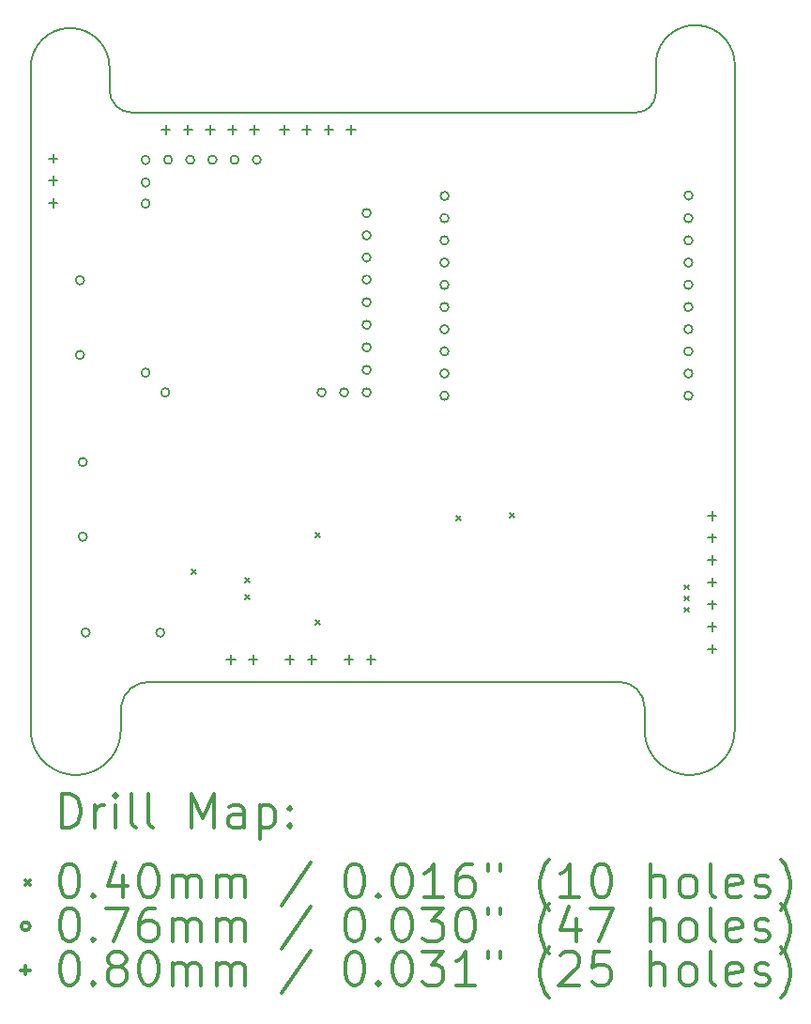
<source format=gbr>
%FSLAX45Y45*%
G04 Gerber Fmt 4.5, Leading zero omitted, Abs format (unit mm)*
G04 Created by KiCad (PCBNEW 5.0.0-rc3-unknown-3e22e5c~65~ubuntu16.04.1) date Wed Jul 11 23:21:29 2018*
%MOMM*%
%LPD*%
G01*
G04 APERTURE LIST*
%ADD10C,0.150000*%
%ADD11C,0.200000*%
%ADD12C,0.300000*%
G04 APERTURE END LIST*
D10*
X16179800Y-13030200D02*
G75*
G03X16560800Y-12598400I-25400J406400D01*
G01*
X15748000Y-12420600D02*
X15748000Y-12649200D01*
X15748000Y-12420600D02*
G75*
G03X15519400Y-12192000I-228600J0D01*
G01*
X16560800Y-12598400D02*
X16560800Y-12192000D01*
X15748000Y-12649200D02*
G75*
G03X16179800Y-13030200I406400J25400D01*
G01*
X11303000Y-12192000D02*
X15519400Y-12192000D01*
X11125200Y-7061200D02*
X15671800Y-7061200D01*
X11023600Y-12420600D02*
X11023600Y-12598400D01*
X11303000Y-12192000D02*
G75*
G03X11023600Y-12420600I-25400J-254000D01*
G01*
X15849600Y-6604000D02*
X15849600Y-6883400D01*
X15671800Y-7061200D02*
G75*
G03X15849600Y-6883400I0J177800D01*
G01*
X10922000Y-6654800D02*
X10922000Y-6858000D01*
X10922000Y-6858000D02*
G75*
G03X11125200Y-7061200I203200J0D01*
G01*
X10210800Y-12192000D02*
X10210800Y-12649200D01*
X10210800Y-12649200D02*
G75*
G03X10642600Y-13030200I406400J25400D01*
G01*
X10642600Y-13030200D02*
G75*
G03X11023600Y-12598400I-25400J406400D01*
G01*
X16560800Y-6654800D02*
X16560800Y-7061200D01*
X16230600Y-6273800D02*
G75*
G03X15849600Y-6604000I-25400J-355600D01*
G01*
X16560800Y-6654800D02*
G75*
G03X16230600Y-6273800I-355600J25400D01*
G01*
X10210800Y-6654800D02*
X10210800Y-7061200D01*
X10922000Y-6654800D02*
G75*
G03X10566400Y-6299200I-355600J0D01*
G01*
X10566400Y-6299200D02*
G75*
G03X10210800Y-6654800I0J-355600D01*
G01*
X10210800Y-7061200D02*
X10210800Y-12192000D01*
X16560800Y-12192000D02*
X16560800Y-7061200D01*
D11*
X11664000Y-11181400D02*
X11704000Y-11221400D01*
X11704000Y-11181400D02*
X11664000Y-11221400D01*
X12146600Y-11257600D02*
X12186600Y-11297600D01*
X12186600Y-11257600D02*
X12146600Y-11297600D01*
X12146600Y-11410000D02*
X12186600Y-11450000D01*
X12186600Y-11410000D02*
X12146600Y-11450000D01*
X12781600Y-10851200D02*
X12821600Y-10891200D01*
X12821600Y-10851200D02*
X12781600Y-10891200D01*
X12781600Y-11638600D02*
X12821600Y-11678600D01*
X12821600Y-11638600D02*
X12781600Y-11678600D01*
X14051600Y-10698800D02*
X14091600Y-10738800D01*
X14091600Y-10698800D02*
X14051600Y-10738800D01*
X14534200Y-10673400D02*
X14574200Y-10713400D01*
X14574200Y-10673400D02*
X14534200Y-10713400D01*
X16109000Y-11318560D02*
X16149000Y-11358560D01*
X16149000Y-11318560D02*
X16109000Y-11358560D01*
X16109000Y-11420160D02*
X16149000Y-11460160D01*
X16149000Y-11420160D02*
X16109000Y-11460160D01*
X16109000Y-11521760D02*
X16149000Y-11561760D01*
X16149000Y-11521760D02*
X16109000Y-11561760D01*
X10718800Y-10210800D02*
G75*
G03X10718800Y-10210800I-38100J0D01*
G01*
X10718800Y-10883900D02*
G75*
G03X10718800Y-10883900I-38100J0D01*
G01*
X10744200Y-11747500D02*
G75*
G03X10744200Y-11747500I-38100J0D01*
G01*
X11417300Y-11747500D02*
G75*
G03X11417300Y-11747500I-38100J0D01*
G01*
X10693400Y-8572500D02*
G75*
G03X10693400Y-8572500I-38100J0D01*
G01*
X10693400Y-9245600D02*
G75*
G03X10693400Y-9245600I-38100J0D01*
G01*
X11285220Y-7487920D02*
G75*
G03X11285220Y-7487920I-38100J0D01*
G01*
X11285220Y-7691120D02*
G75*
G03X11285220Y-7691120I-38100J0D01*
G01*
X11285220Y-7881620D02*
G75*
G03X11285220Y-7881620I-38100J0D01*
G01*
X11285220Y-9405620D02*
G75*
G03X11285220Y-9405620I-38100J0D01*
G01*
X11463020Y-9583420D02*
G75*
G03X11463020Y-9583420I-38100J0D01*
G01*
X11487820Y-7486320D02*
G75*
G03X11487820Y-7486320I-38100J0D01*
G01*
X11687820Y-7486320D02*
G75*
G03X11687820Y-7486320I-38100J0D01*
G01*
X11887820Y-7486320D02*
G75*
G03X11887820Y-7486320I-38100J0D01*
G01*
X12087820Y-7486320D02*
G75*
G03X12087820Y-7486320I-38100J0D01*
G01*
X12287820Y-7486320D02*
G75*
G03X12287820Y-7486320I-38100J0D01*
G01*
X12872720Y-9583420D02*
G75*
G03X12872720Y-9583420I-38100J0D01*
G01*
X13075920Y-9583420D02*
G75*
G03X13075920Y-9583420I-38100J0D01*
G01*
X13278948Y-7966720D02*
G75*
G03X13278948Y-7966720I-38100J0D01*
G01*
X13278948Y-8166720D02*
G75*
G03X13278948Y-8166720I-38100J0D01*
G01*
X13278948Y-8366720D02*
G75*
G03X13278948Y-8366720I-38100J0D01*
G01*
X13278948Y-8566720D02*
G75*
G03X13278948Y-8566720I-38100J0D01*
G01*
X13279120Y-8770620D02*
G75*
G03X13279120Y-8770620I-38100J0D01*
G01*
X13279120Y-8973820D02*
G75*
G03X13279120Y-8973820I-38100J0D01*
G01*
X13279120Y-9177020D02*
G75*
G03X13279120Y-9177020I-38100J0D01*
G01*
X13279120Y-9380220D02*
G75*
G03X13279120Y-9380220I-38100J0D01*
G01*
X13279120Y-9583420D02*
G75*
G03X13279120Y-9583420I-38100J0D01*
G01*
X13981100Y-8013100D02*
G75*
G03X13981100Y-8013100I-38100J0D01*
G01*
X13981100Y-8213100D02*
G75*
G03X13981100Y-8213100I-38100J0D01*
G01*
X13981100Y-8413100D02*
G75*
G03X13981100Y-8413100I-38100J0D01*
G01*
X13981100Y-8613100D02*
G75*
G03X13981100Y-8613100I-38100J0D01*
G01*
X13981100Y-8813100D02*
G75*
G03X13981100Y-8813100I-38100J0D01*
G01*
X13981100Y-9013100D02*
G75*
G03X13981100Y-9013100I-38100J0D01*
G01*
X13981100Y-9213100D02*
G75*
G03X13981100Y-9213100I-38100J0D01*
G01*
X13981100Y-9413100D02*
G75*
G03X13981100Y-9413100I-38100J0D01*
G01*
X13981100Y-9613100D02*
G75*
G03X13981100Y-9613100I-38100J0D01*
G01*
X13982700Y-7813040D02*
G75*
G03X13982700Y-7813040I-38100J0D01*
G01*
X16181100Y-8013100D02*
G75*
G03X16181100Y-8013100I-38100J0D01*
G01*
X16181100Y-8213100D02*
G75*
G03X16181100Y-8213100I-38100J0D01*
G01*
X16181100Y-8413100D02*
G75*
G03X16181100Y-8413100I-38100J0D01*
G01*
X16181100Y-8613100D02*
G75*
G03X16181100Y-8613100I-38100J0D01*
G01*
X16181100Y-8813100D02*
G75*
G03X16181100Y-8813100I-38100J0D01*
G01*
X16181100Y-9013100D02*
G75*
G03X16181100Y-9013100I-38100J0D01*
G01*
X16181100Y-9213100D02*
G75*
G03X16181100Y-9213100I-38100J0D01*
G01*
X16181100Y-9413100D02*
G75*
G03X16181100Y-9413100I-38100J0D01*
G01*
X16181100Y-9613100D02*
G75*
G03X16181100Y-9613100I-38100J0D01*
G01*
X16182340Y-7807960D02*
G75*
G03X16182340Y-7807960I-38100J0D01*
G01*
X13081000Y-11948800D02*
X13081000Y-12028800D01*
X13041000Y-11988800D02*
X13121000Y-11988800D01*
X13281000Y-11948800D02*
X13281000Y-12028800D01*
X13241000Y-11988800D02*
X13321000Y-11988800D01*
X12547600Y-11948800D02*
X12547600Y-12028800D01*
X12507600Y-11988800D02*
X12587600Y-11988800D01*
X12747600Y-11948800D02*
X12747600Y-12028800D01*
X12707600Y-11988800D02*
X12787600Y-11988800D01*
X16357600Y-10653400D02*
X16357600Y-10733400D01*
X16317600Y-10693400D02*
X16397600Y-10693400D01*
X16357600Y-10853400D02*
X16357600Y-10933400D01*
X16317600Y-10893400D02*
X16397600Y-10893400D01*
X16357600Y-11053400D02*
X16357600Y-11133400D01*
X16317600Y-11093400D02*
X16397600Y-11093400D01*
X16357600Y-11253400D02*
X16357600Y-11333400D01*
X16317600Y-11293400D02*
X16397600Y-11293400D01*
X16357600Y-11453400D02*
X16357600Y-11533400D01*
X16317600Y-11493400D02*
X16397600Y-11493400D01*
X16357600Y-11653400D02*
X16357600Y-11733400D01*
X16317600Y-11693400D02*
X16397600Y-11693400D01*
X16357600Y-11853400D02*
X16357600Y-11933400D01*
X16317600Y-11893400D02*
X16397600Y-11893400D01*
X10414000Y-7434000D02*
X10414000Y-7514000D01*
X10374000Y-7474000D02*
X10454000Y-7474000D01*
X10414000Y-7634000D02*
X10414000Y-7714000D01*
X10374000Y-7674000D02*
X10454000Y-7674000D01*
X10414000Y-7834000D02*
X10414000Y-7914000D01*
X10374000Y-7874000D02*
X10454000Y-7874000D01*
X12017400Y-11948800D02*
X12017400Y-12028800D01*
X11977400Y-11988800D02*
X12057400Y-11988800D01*
X12217400Y-11948800D02*
X12217400Y-12028800D01*
X12177400Y-11988800D02*
X12257400Y-11988800D01*
X11430000Y-7173600D02*
X11430000Y-7253600D01*
X11390000Y-7213600D02*
X11470000Y-7213600D01*
X11630000Y-7173600D02*
X11630000Y-7253600D01*
X11590000Y-7213600D02*
X11670000Y-7213600D01*
X11830000Y-7173600D02*
X11830000Y-7253600D01*
X11790000Y-7213600D02*
X11870000Y-7213600D01*
X12030000Y-7173600D02*
X12030000Y-7253600D01*
X11990000Y-7213600D02*
X12070000Y-7213600D01*
X12230000Y-7173600D02*
X12230000Y-7253600D01*
X12190000Y-7213600D02*
X12270000Y-7213600D01*
X12500000Y-7173600D02*
X12500000Y-7253600D01*
X12460000Y-7213600D02*
X12540000Y-7213600D01*
X12700000Y-7173600D02*
X12700000Y-7253600D01*
X12660000Y-7213600D02*
X12740000Y-7213600D01*
X12900000Y-7173600D02*
X12900000Y-7253600D01*
X12860000Y-7213600D02*
X12940000Y-7213600D01*
X13100000Y-7173600D02*
X13100000Y-7253600D01*
X13060000Y-7213600D02*
X13140000Y-7213600D01*
D12*
X10489728Y-13504207D02*
X10489728Y-13204207D01*
X10561157Y-13204207D01*
X10604014Y-13218493D01*
X10632586Y-13247064D01*
X10646871Y-13275636D01*
X10661157Y-13332779D01*
X10661157Y-13375636D01*
X10646871Y-13432779D01*
X10632586Y-13461350D01*
X10604014Y-13489922D01*
X10561157Y-13504207D01*
X10489728Y-13504207D01*
X10789728Y-13504207D02*
X10789728Y-13304207D01*
X10789728Y-13361350D02*
X10804014Y-13332779D01*
X10818300Y-13318493D01*
X10846871Y-13304207D01*
X10875443Y-13304207D01*
X10975443Y-13504207D02*
X10975443Y-13304207D01*
X10975443Y-13204207D02*
X10961157Y-13218493D01*
X10975443Y-13232779D01*
X10989728Y-13218493D01*
X10975443Y-13204207D01*
X10975443Y-13232779D01*
X11161157Y-13504207D02*
X11132586Y-13489922D01*
X11118300Y-13461350D01*
X11118300Y-13204207D01*
X11318300Y-13504207D02*
X11289728Y-13489922D01*
X11275443Y-13461350D01*
X11275443Y-13204207D01*
X11661157Y-13504207D02*
X11661157Y-13204207D01*
X11761157Y-13418493D01*
X11861157Y-13204207D01*
X11861157Y-13504207D01*
X12132586Y-13504207D02*
X12132586Y-13347064D01*
X12118300Y-13318493D01*
X12089728Y-13304207D01*
X12032586Y-13304207D01*
X12004014Y-13318493D01*
X12132586Y-13489922D02*
X12104014Y-13504207D01*
X12032586Y-13504207D01*
X12004014Y-13489922D01*
X11989728Y-13461350D01*
X11989728Y-13432779D01*
X12004014Y-13404207D01*
X12032586Y-13389922D01*
X12104014Y-13389922D01*
X12132586Y-13375636D01*
X12275443Y-13304207D02*
X12275443Y-13604207D01*
X12275443Y-13318493D02*
X12304014Y-13304207D01*
X12361157Y-13304207D01*
X12389728Y-13318493D01*
X12404014Y-13332779D01*
X12418300Y-13361350D01*
X12418300Y-13447064D01*
X12404014Y-13475636D01*
X12389728Y-13489922D01*
X12361157Y-13504207D01*
X12304014Y-13504207D01*
X12275443Y-13489922D01*
X12546871Y-13475636D02*
X12561157Y-13489922D01*
X12546871Y-13504207D01*
X12532586Y-13489922D01*
X12546871Y-13475636D01*
X12546871Y-13504207D01*
X12546871Y-13318493D02*
X12561157Y-13332779D01*
X12546871Y-13347064D01*
X12532586Y-13332779D01*
X12546871Y-13318493D01*
X12546871Y-13347064D01*
X10163300Y-13978493D02*
X10203300Y-14018493D01*
X10203300Y-13978493D02*
X10163300Y-14018493D01*
X10546871Y-13834207D02*
X10575443Y-13834207D01*
X10604014Y-13848493D01*
X10618300Y-13862779D01*
X10632586Y-13891350D01*
X10646871Y-13948493D01*
X10646871Y-14019922D01*
X10632586Y-14077064D01*
X10618300Y-14105636D01*
X10604014Y-14119922D01*
X10575443Y-14134207D01*
X10546871Y-14134207D01*
X10518300Y-14119922D01*
X10504014Y-14105636D01*
X10489728Y-14077064D01*
X10475443Y-14019922D01*
X10475443Y-13948493D01*
X10489728Y-13891350D01*
X10504014Y-13862779D01*
X10518300Y-13848493D01*
X10546871Y-13834207D01*
X10775443Y-14105636D02*
X10789728Y-14119922D01*
X10775443Y-14134207D01*
X10761157Y-14119922D01*
X10775443Y-14105636D01*
X10775443Y-14134207D01*
X11046871Y-13934207D02*
X11046871Y-14134207D01*
X10975443Y-13819922D02*
X10904014Y-14034207D01*
X11089728Y-14034207D01*
X11261157Y-13834207D02*
X11289728Y-13834207D01*
X11318300Y-13848493D01*
X11332586Y-13862779D01*
X11346871Y-13891350D01*
X11361157Y-13948493D01*
X11361157Y-14019922D01*
X11346871Y-14077064D01*
X11332586Y-14105636D01*
X11318300Y-14119922D01*
X11289728Y-14134207D01*
X11261157Y-14134207D01*
X11232586Y-14119922D01*
X11218300Y-14105636D01*
X11204014Y-14077064D01*
X11189728Y-14019922D01*
X11189728Y-13948493D01*
X11204014Y-13891350D01*
X11218300Y-13862779D01*
X11232586Y-13848493D01*
X11261157Y-13834207D01*
X11489728Y-14134207D02*
X11489728Y-13934207D01*
X11489728Y-13962779D02*
X11504014Y-13948493D01*
X11532586Y-13934207D01*
X11575443Y-13934207D01*
X11604014Y-13948493D01*
X11618300Y-13977064D01*
X11618300Y-14134207D01*
X11618300Y-13977064D02*
X11632586Y-13948493D01*
X11661157Y-13934207D01*
X11704014Y-13934207D01*
X11732586Y-13948493D01*
X11746871Y-13977064D01*
X11746871Y-14134207D01*
X11889728Y-14134207D02*
X11889728Y-13934207D01*
X11889728Y-13962779D02*
X11904014Y-13948493D01*
X11932586Y-13934207D01*
X11975443Y-13934207D01*
X12004014Y-13948493D01*
X12018300Y-13977064D01*
X12018300Y-14134207D01*
X12018300Y-13977064D02*
X12032586Y-13948493D01*
X12061157Y-13934207D01*
X12104014Y-13934207D01*
X12132586Y-13948493D01*
X12146871Y-13977064D01*
X12146871Y-14134207D01*
X12732586Y-13819922D02*
X12475443Y-14205636D01*
X13118300Y-13834207D02*
X13146871Y-13834207D01*
X13175443Y-13848493D01*
X13189728Y-13862779D01*
X13204014Y-13891350D01*
X13218300Y-13948493D01*
X13218300Y-14019922D01*
X13204014Y-14077064D01*
X13189728Y-14105636D01*
X13175443Y-14119922D01*
X13146871Y-14134207D01*
X13118300Y-14134207D01*
X13089728Y-14119922D01*
X13075443Y-14105636D01*
X13061157Y-14077064D01*
X13046871Y-14019922D01*
X13046871Y-13948493D01*
X13061157Y-13891350D01*
X13075443Y-13862779D01*
X13089728Y-13848493D01*
X13118300Y-13834207D01*
X13346871Y-14105636D02*
X13361157Y-14119922D01*
X13346871Y-14134207D01*
X13332586Y-14119922D01*
X13346871Y-14105636D01*
X13346871Y-14134207D01*
X13546871Y-13834207D02*
X13575443Y-13834207D01*
X13604014Y-13848493D01*
X13618300Y-13862779D01*
X13632586Y-13891350D01*
X13646871Y-13948493D01*
X13646871Y-14019922D01*
X13632586Y-14077064D01*
X13618300Y-14105636D01*
X13604014Y-14119922D01*
X13575443Y-14134207D01*
X13546871Y-14134207D01*
X13518300Y-14119922D01*
X13504014Y-14105636D01*
X13489728Y-14077064D01*
X13475443Y-14019922D01*
X13475443Y-13948493D01*
X13489728Y-13891350D01*
X13504014Y-13862779D01*
X13518300Y-13848493D01*
X13546871Y-13834207D01*
X13932586Y-14134207D02*
X13761157Y-14134207D01*
X13846871Y-14134207D02*
X13846871Y-13834207D01*
X13818300Y-13877064D01*
X13789728Y-13905636D01*
X13761157Y-13919922D01*
X14189728Y-13834207D02*
X14132586Y-13834207D01*
X14104014Y-13848493D01*
X14089728Y-13862779D01*
X14061157Y-13905636D01*
X14046871Y-13962779D01*
X14046871Y-14077064D01*
X14061157Y-14105636D01*
X14075443Y-14119922D01*
X14104014Y-14134207D01*
X14161157Y-14134207D01*
X14189728Y-14119922D01*
X14204014Y-14105636D01*
X14218300Y-14077064D01*
X14218300Y-14005636D01*
X14204014Y-13977064D01*
X14189728Y-13962779D01*
X14161157Y-13948493D01*
X14104014Y-13948493D01*
X14075443Y-13962779D01*
X14061157Y-13977064D01*
X14046871Y-14005636D01*
X14332586Y-13834207D02*
X14332586Y-13891350D01*
X14446871Y-13834207D02*
X14446871Y-13891350D01*
X14889728Y-14248493D02*
X14875443Y-14234207D01*
X14846871Y-14191350D01*
X14832586Y-14162779D01*
X14818300Y-14119922D01*
X14804014Y-14048493D01*
X14804014Y-13991350D01*
X14818300Y-13919922D01*
X14832586Y-13877064D01*
X14846871Y-13848493D01*
X14875443Y-13805636D01*
X14889728Y-13791350D01*
X15161157Y-14134207D02*
X14989728Y-14134207D01*
X15075443Y-14134207D02*
X15075443Y-13834207D01*
X15046871Y-13877064D01*
X15018300Y-13905636D01*
X14989728Y-13919922D01*
X15346871Y-13834207D02*
X15375443Y-13834207D01*
X15404014Y-13848493D01*
X15418300Y-13862779D01*
X15432586Y-13891350D01*
X15446871Y-13948493D01*
X15446871Y-14019922D01*
X15432586Y-14077064D01*
X15418300Y-14105636D01*
X15404014Y-14119922D01*
X15375443Y-14134207D01*
X15346871Y-14134207D01*
X15318300Y-14119922D01*
X15304014Y-14105636D01*
X15289728Y-14077064D01*
X15275443Y-14019922D01*
X15275443Y-13948493D01*
X15289728Y-13891350D01*
X15304014Y-13862779D01*
X15318300Y-13848493D01*
X15346871Y-13834207D01*
X15804014Y-14134207D02*
X15804014Y-13834207D01*
X15932586Y-14134207D02*
X15932586Y-13977064D01*
X15918300Y-13948493D01*
X15889728Y-13934207D01*
X15846871Y-13934207D01*
X15818300Y-13948493D01*
X15804014Y-13962779D01*
X16118300Y-14134207D02*
X16089728Y-14119922D01*
X16075443Y-14105636D01*
X16061157Y-14077064D01*
X16061157Y-13991350D01*
X16075443Y-13962779D01*
X16089728Y-13948493D01*
X16118300Y-13934207D01*
X16161157Y-13934207D01*
X16189728Y-13948493D01*
X16204014Y-13962779D01*
X16218300Y-13991350D01*
X16218300Y-14077064D01*
X16204014Y-14105636D01*
X16189728Y-14119922D01*
X16161157Y-14134207D01*
X16118300Y-14134207D01*
X16389728Y-14134207D02*
X16361157Y-14119922D01*
X16346871Y-14091350D01*
X16346871Y-13834207D01*
X16618300Y-14119922D02*
X16589728Y-14134207D01*
X16532586Y-14134207D01*
X16504014Y-14119922D01*
X16489728Y-14091350D01*
X16489728Y-13977064D01*
X16504014Y-13948493D01*
X16532586Y-13934207D01*
X16589728Y-13934207D01*
X16618300Y-13948493D01*
X16632586Y-13977064D01*
X16632586Y-14005636D01*
X16489728Y-14034207D01*
X16746871Y-14119922D02*
X16775443Y-14134207D01*
X16832586Y-14134207D01*
X16861157Y-14119922D01*
X16875443Y-14091350D01*
X16875443Y-14077064D01*
X16861157Y-14048493D01*
X16832586Y-14034207D01*
X16789728Y-14034207D01*
X16761157Y-14019922D01*
X16746871Y-13991350D01*
X16746871Y-13977064D01*
X16761157Y-13948493D01*
X16789728Y-13934207D01*
X16832586Y-13934207D01*
X16861157Y-13948493D01*
X16975443Y-14248493D02*
X16989728Y-14234207D01*
X17018300Y-14191350D01*
X17032586Y-14162779D01*
X17046871Y-14119922D01*
X17061157Y-14048493D01*
X17061157Y-13991350D01*
X17046871Y-13919922D01*
X17032586Y-13877064D01*
X17018300Y-13848493D01*
X16989728Y-13805636D01*
X16975443Y-13791350D01*
X10203300Y-14394493D02*
G75*
G03X10203300Y-14394493I-38100J0D01*
G01*
X10546871Y-14230207D02*
X10575443Y-14230207D01*
X10604014Y-14244493D01*
X10618300Y-14258779D01*
X10632586Y-14287350D01*
X10646871Y-14344493D01*
X10646871Y-14415922D01*
X10632586Y-14473064D01*
X10618300Y-14501636D01*
X10604014Y-14515922D01*
X10575443Y-14530207D01*
X10546871Y-14530207D01*
X10518300Y-14515922D01*
X10504014Y-14501636D01*
X10489728Y-14473064D01*
X10475443Y-14415922D01*
X10475443Y-14344493D01*
X10489728Y-14287350D01*
X10504014Y-14258779D01*
X10518300Y-14244493D01*
X10546871Y-14230207D01*
X10775443Y-14501636D02*
X10789728Y-14515922D01*
X10775443Y-14530207D01*
X10761157Y-14515922D01*
X10775443Y-14501636D01*
X10775443Y-14530207D01*
X10889728Y-14230207D02*
X11089728Y-14230207D01*
X10961157Y-14530207D01*
X11332586Y-14230207D02*
X11275443Y-14230207D01*
X11246871Y-14244493D01*
X11232586Y-14258779D01*
X11204014Y-14301636D01*
X11189728Y-14358779D01*
X11189728Y-14473064D01*
X11204014Y-14501636D01*
X11218300Y-14515922D01*
X11246871Y-14530207D01*
X11304014Y-14530207D01*
X11332586Y-14515922D01*
X11346871Y-14501636D01*
X11361157Y-14473064D01*
X11361157Y-14401636D01*
X11346871Y-14373064D01*
X11332586Y-14358779D01*
X11304014Y-14344493D01*
X11246871Y-14344493D01*
X11218300Y-14358779D01*
X11204014Y-14373064D01*
X11189728Y-14401636D01*
X11489728Y-14530207D02*
X11489728Y-14330207D01*
X11489728Y-14358779D02*
X11504014Y-14344493D01*
X11532586Y-14330207D01*
X11575443Y-14330207D01*
X11604014Y-14344493D01*
X11618300Y-14373064D01*
X11618300Y-14530207D01*
X11618300Y-14373064D02*
X11632586Y-14344493D01*
X11661157Y-14330207D01*
X11704014Y-14330207D01*
X11732586Y-14344493D01*
X11746871Y-14373064D01*
X11746871Y-14530207D01*
X11889728Y-14530207D02*
X11889728Y-14330207D01*
X11889728Y-14358779D02*
X11904014Y-14344493D01*
X11932586Y-14330207D01*
X11975443Y-14330207D01*
X12004014Y-14344493D01*
X12018300Y-14373064D01*
X12018300Y-14530207D01*
X12018300Y-14373064D02*
X12032586Y-14344493D01*
X12061157Y-14330207D01*
X12104014Y-14330207D01*
X12132586Y-14344493D01*
X12146871Y-14373064D01*
X12146871Y-14530207D01*
X12732586Y-14215922D02*
X12475443Y-14601636D01*
X13118300Y-14230207D02*
X13146871Y-14230207D01*
X13175443Y-14244493D01*
X13189728Y-14258779D01*
X13204014Y-14287350D01*
X13218300Y-14344493D01*
X13218300Y-14415922D01*
X13204014Y-14473064D01*
X13189728Y-14501636D01*
X13175443Y-14515922D01*
X13146871Y-14530207D01*
X13118300Y-14530207D01*
X13089728Y-14515922D01*
X13075443Y-14501636D01*
X13061157Y-14473064D01*
X13046871Y-14415922D01*
X13046871Y-14344493D01*
X13061157Y-14287350D01*
X13075443Y-14258779D01*
X13089728Y-14244493D01*
X13118300Y-14230207D01*
X13346871Y-14501636D02*
X13361157Y-14515922D01*
X13346871Y-14530207D01*
X13332586Y-14515922D01*
X13346871Y-14501636D01*
X13346871Y-14530207D01*
X13546871Y-14230207D02*
X13575443Y-14230207D01*
X13604014Y-14244493D01*
X13618300Y-14258779D01*
X13632586Y-14287350D01*
X13646871Y-14344493D01*
X13646871Y-14415922D01*
X13632586Y-14473064D01*
X13618300Y-14501636D01*
X13604014Y-14515922D01*
X13575443Y-14530207D01*
X13546871Y-14530207D01*
X13518300Y-14515922D01*
X13504014Y-14501636D01*
X13489728Y-14473064D01*
X13475443Y-14415922D01*
X13475443Y-14344493D01*
X13489728Y-14287350D01*
X13504014Y-14258779D01*
X13518300Y-14244493D01*
X13546871Y-14230207D01*
X13746871Y-14230207D02*
X13932586Y-14230207D01*
X13832586Y-14344493D01*
X13875443Y-14344493D01*
X13904014Y-14358779D01*
X13918300Y-14373064D01*
X13932586Y-14401636D01*
X13932586Y-14473064D01*
X13918300Y-14501636D01*
X13904014Y-14515922D01*
X13875443Y-14530207D01*
X13789728Y-14530207D01*
X13761157Y-14515922D01*
X13746871Y-14501636D01*
X14118300Y-14230207D02*
X14146871Y-14230207D01*
X14175443Y-14244493D01*
X14189728Y-14258779D01*
X14204014Y-14287350D01*
X14218300Y-14344493D01*
X14218300Y-14415922D01*
X14204014Y-14473064D01*
X14189728Y-14501636D01*
X14175443Y-14515922D01*
X14146871Y-14530207D01*
X14118300Y-14530207D01*
X14089728Y-14515922D01*
X14075443Y-14501636D01*
X14061157Y-14473064D01*
X14046871Y-14415922D01*
X14046871Y-14344493D01*
X14061157Y-14287350D01*
X14075443Y-14258779D01*
X14089728Y-14244493D01*
X14118300Y-14230207D01*
X14332586Y-14230207D02*
X14332586Y-14287350D01*
X14446871Y-14230207D02*
X14446871Y-14287350D01*
X14889728Y-14644493D02*
X14875443Y-14630207D01*
X14846871Y-14587350D01*
X14832586Y-14558779D01*
X14818300Y-14515922D01*
X14804014Y-14444493D01*
X14804014Y-14387350D01*
X14818300Y-14315922D01*
X14832586Y-14273064D01*
X14846871Y-14244493D01*
X14875443Y-14201636D01*
X14889728Y-14187350D01*
X15132586Y-14330207D02*
X15132586Y-14530207D01*
X15061157Y-14215922D02*
X14989728Y-14430207D01*
X15175443Y-14430207D01*
X15261157Y-14230207D02*
X15461157Y-14230207D01*
X15332586Y-14530207D01*
X15804014Y-14530207D02*
X15804014Y-14230207D01*
X15932586Y-14530207D02*
X15932586Y-14373064D01*
X15918300Y-14344493D01*
X15889728Y-14330207D01*
X15846871Y-14330207D01*
X15818300Y-14344493D01*
X15804014Y-14358779D01*
X16118300Y-14530207D02*
X16089728Y-14515922D01*
X16075443Y-14501636D01*
X16061157Y-14473064D01*
X16061157Y-14387350D01*
X16075443Y-14358779D01*
X16089728Y-14344493D01*
X16118300Y-14330207D01*
X16161157Y-14330207D01*
X16189728Y-14344493D01*
X16204014Y-14358779D01*
X16218300Y-14387350D01*
X16218300Y-14473064D01*
X16204014Y-14501636D01*
X16189728Y-14515922D01*
X16161157Y-14530207D01*
X16118300Y-14530207D01*
X16389728Y-14530207D02*
X16361157Y-14515922D01*
X16346871Y-14487350D01*
X16346871Y-14230207D01*
X16618300Y-14515922D02*
X16589728Y-14530207D01*
X16532586Y-14530207D01*
X16504014Y-14515922D01*
X16489728Y-14487350D01*
X16489728Y-14373064D01*
X16504014Y-14344493D01*
X16532586Y-14330207D01*
X16589728Y-14330207D01*
X16618300Y-14344493D01*
X16632586Y-14373064D01*
X16632586Y-14401636D01*
X16489728Y-14430207D01*
X16746871Y-14515922D02*
X16775443Y-14530207D01*
X16832586Y-14530207D01*
X16861157Y-14515922D01*
X16875443Y-14487350D01*
X16875443Y-14473064D01*
X16861157Y-14444493D01*
X16832586Y-14430207D01*
X16789728Y-14430207D01*
X16761157Y-14415922D01*
X16746871Y-14387350D01*
X16746871Y-14373064D01*
X16761157Y-14344493D01*
X16789728Y-14330207D01*
X16832586Y-14330207D01*
X16861157Y-14344493D01*
X16975443Y-14644493D02*
X16989728Y-14630207D01*
X17018300Y-14587350D01*
X17032586Y-14558779D01*
X17046871Y-14515922D01*
X17061157Y-14444493D01*
X17061157Y-14387350D01*
X17046871Y-14315922D01*
X17032586Y-14273064D01*
X17018300Y-14244493D01*
X16989728Y-14201636D01*
X16975443Y-14187350D01*
X10163300Y-14750493D02*
X10163300Y-14830493D01*
X10123300Y-14790493D02*
X10203300Y-14790493D01*
X10546871Y-14626207D02*
X10575443Y-14626207D01*
X10604014Y-14640493D01*
X10618300Y-14654779D01*
X10632586Y-14683350D01*
X10646871Y-14740493D01*
X10646871Y-14811922D01*
X10632586Y-14869064D01*
X10618300Y-14897636D01*
X10604014Y-14911922D01*
X10575443Y-14926207D01*
X10546871Y-14926207D01*
X10518300Y-14911922D01*
X10504014Y-14897636D01*
X10489728Y-14869064D01*
X10475443Y-14811922D01*
X10475443Y-14740493D01*
X10489728Y-14683350D01*
X10504014Y-14654779D01*
X10518300Y-14640493D01*
X10546871Y-14626207D01*
X10775443Y-14897636D02*
X10789728Y-14911922D01*
X10775443Y-14926207D01*
X10761157Y-14911922D01*
X10775443Y-14897636D01*
X10775443Y-14926207D01*
X10961157Y-14754779D02*
X10932586Y-14740493D01*
X10918300Y-14726207D01*
X10904014Y-14697636D01*
X10904014Y-14683350D01*
X10918300Y-14654779D01*
X10932586Y-14640493D01*
X10961157Y-14626207D01*
X11018300Y-14626207D01*
X11046871Y-14640493D01*
X11061157Y-14654779D01*
X11075443Y-14683350D01*
X11075443Y-14697636D01*
X11061157Y-14726207D01*
X11046871Y-14740493D01*
X11018300Y-14754779D01*
X10961157Y-14754779D01*
X10932586Y-14769064D01*
X10918300Y-14783350D01*
X10904014Y-14811922D01*
X10904014Y-14869064D01*
X10918300Y-14897636D01*
X10932586Y-14911922D01*
X10961157Y-14926207D01*
X11018300Y-14926207D01*
X11046871Y-14911922D01*
X11061157Y-14897636D01*
X11075443Y-14869064D01*
X11075443Y-14811922D01*
X11061157Y-14783350D01*
X11046871Y-14769064D01*
X11018300Y-14754779D01*
X11261157Y-14626207D02*
X11289728Y-14626207D01*
X11318300Y-14640493D01*
X11332586Y-14654779D01*
X11346871Y-14683350D01*
X11361157Y-14740493D01*
X11361157Y-14811922D01*
X11346871Y-14869064D01*
X11332586Y-14897636D01*
X11318300Y-14911922D01*
X11289728Y-14926207D01*
X11261157Y-14926207D01*
X11232586Y-14911922D01*
X11218300Y-14897636D01*
X11204014Y-14869064D01*
X11189728Y-14811922D01*
X11189728Y-14740493D01*
X11204014Y-14683350D01*
X11218300Y-14654779D01*
X11232586Y-14640493D01*
X11261157Y-14626207D01*
X11489728Y-14926207D02*
X11489728Y-14726207D01*
X11489728Y-14754779D02*
X11504014Y-14740493D01*
X11532586Y-14726207D01*
X11575443Y-14726207D01*
X11604014Y-14740493D01*
X11618300Y-14769064D01*
X11618300Y-14926207D01*
X11618300Y-14769064D02*
X11632586Y-14740493D01*
X11661157Y-14726207D01*
X11704014Y-14726207D01*
X11732586Y-14740493D01*
X11746871Y-14769064D01*
X11746871Y-14926207D01*
X11889728Y-14926207D02*
X11889728Y-14726207D01*
X11889728Y-14754779D02*
X11904014Y-14740493D01*
X11932586Y-14726207D01*
X11975443Y-14726207D01*
X12004014Y-14740493D01*
X12018300Y-14769064D01*
X12018300Y-14926207D01*
X12018300Y-14769064D02*
X12032586Y-14740493D01*
X12061157Y-14726207D01*
X12104014Y-14726207D01*
X12132586Y-14740493D01*
X12146871Y-14769064D01*
X12146871Y-14926207D01*
X12732586Y-14611922D02*
X12475443Y-14997636D01*
X13118300Y-14626207D02*
X13146871Y-14626207D01*
X13175443Y-14640493D01*
X13189728Y-14654779D01*
X13204014Y-14683350D01*
X13218300Y-14740493D01*
X13218300Y-14811922D01*
X13204014Y-14869064D01*
X13189728Y-14897636D01*
X13175443Y-14911922D01*
X13146871Y-14926207D01*
X13118300Y-14926207D01*
X13089728Y-14911922D01*
X13075443Y-14897636D01*
X13061157Y-14869064D01*
X13046871Y-14811922D01*
X13046871Y-14740493D01*
X13061157Y-14683350D01*
X13075443Y-14654779D01*
X13089728Y-14640493D01*
X13118300Y-14626207D01*
X13346871Y-14897636D02*
X13361157Y-14911922D01*
X13346871Y-14926207D01*
X13332586Y-14911922D01*
X13346871Y-14897636D01*
X13346871Y-14926207D01*
X13546871Y-14626207D02*
X13575443Y-14626207D01*
X13604014Y-14640493D01*
X13618300Y-14654779D01*
X13632586Y-14683350D01*
X13646871Y-14740493D01*
X13646871Y-14811922D01*
X13632586Y-14869064D01*
X13618300Y-14897636D01*
X13604014Y-14911922D01*
X13575443Y-14926207D01*
X13546871Y-14926207D01*
X13518300Y-14911922D01*
X13504014Y-14897636D01*
X13489728Y-14869064D01*
X13475443Y-14811922D01*
X13475443Y-14740493D01*
X13489728Y-14683350D01*
X13504014Y-14654779D01*
X13518300Y-14640493D01*
X13546871Y-14626207D01*
X13746871Y-14626207D02*
X13932586Y-14626207D01*
X13832586Y-14740493D01*
X13875443Y-14740493D01*
X13904014Y-14754779D01*
X13918300Y-14769064D01*
X13932586Y-14797636D01*
X13932586Y-14869064D01*
X13918300Y-14897636D01*
X13904014Y-14911922D01*
X13875443Y-14926207D01*
X13789728Y-14926207D01*
X13761157Y-14911922D01*
X13746871Y-14897636D01*
X14218300Y-14926207D02*
X14046871Y-14926207D01*
X14132586Y-14926207D02*
X14132586Y-14626207D01*
X14104014Y-14669064D01*
X14075443Y-14697636D01*
X14046871Y-14711922D01*
X14332586Y-14626207D02*
X14332586Y-14683350D01*
X14446871Y-14626207D02*
X14446871Y-14683350D01*
X14889728Y-15040493D02*
X14875443Y-15026207D01*
X14846871Y-14983350D01*
X14832586Y-14954779D01*
X14818300Y-14911922D01*
X14804014Y-14840493D01*
X14804014Y-14783350D01*
X14818300Y-14711922D01*
X14832586Y-14669064D01*
X14846871Y-14640493D01*
X14875443Y-14597636D01*
X14889728Y-14583350D01*
X14989728Y-14654779D02*
X15004014Y-14640493D01*
X15032586Y-14626207D01*
X15104014Y-14626207D01*
X15132586Y-14640493D01*
X15146871Y-14654779D01*
X15161157Y-14683350D01*
X15161157Y-14711922D01*
X15146871Y-14754779D01*
X14975443Y-14926207D01*
X15161157Y-14926207D01*
X15432586Y-14626207D02*
X15289728Y-14626207D01*
X15275443Y-14769064D01*
X15289728Y-14754779D01*
X15318300Y-14740493D01*
X15389728Y-14740493D01*
X15418300Y-14754779D01*
X15432586Y-14769064D01*
X15446871Y-14797636D01*
X15446871Y-14869064D01*
X15432586Y-14897636D01*
X15418300Y-14911922D01*
X15389728Y-14926207D01*
X15318300Y-14926207D01*
X15289728Y-14911922D01*
X15275443Y-14897636D01*
X15804014Y-14926207D02*
X15804014Y-14626207D01*
X15932586Y-14926207D02*
X15932586Y-14769064D01*
X15918300Y-14740493D01*
X15889728Y-14726207D01*
X15846871Y-14726207D01*
X15818300Y-14740493D01*
X15804014Y-14754779D01*
X16118300Y-14926207D02*
X16089728Y-14911922D01*
X16075443Y-14897636D01*
X16061157Y-14869064D01*
X16061157Y-14783350D01*
X16075443Y-14754779D01*
X16089728Y-14740493D01*
X16118300Y-14726207D01*
X16161157Y-14726207D01*
X16189728Y-14740493D01*
X16204014Y-14754779D01*
X16218300Y-14783350D01*
X16218300Y-14869064D01*
X16204014Y-14897636D01*
X16189728Y-14911922D01*
X16161157Y-14926207D01*
X16118300Y-14926207D01*
X16389728Y-14926207D02*
X16361157Y-14911922D01*
X16346871Y-14883350D01*
X16346871Y-14626207D01*
X16618300Y-14911922D02*
X16589728Y-14926207D01*
X16532586Y-14926207D01*
X16504014Y-14911922D01*
X16489728Y-14883350D01*
X16489728Y-14769064D01*
X16504014Y-14740493D01*
X16532586Y-14726207D01*
X16589728Y-14726207D01*
X16618300Y-14740493D01*
X16632586Y-14769064D01*
X16632586Y-14797636D01*
X16489728Y-14826207D01*
X16746871Y-14911922D02*
X16775443Y-14926207D01*
X16832586Y-14926207D01*
X16861157Y-14911922D01*
X16875443Y-14883350D01*
X16875443Y-14869064D01*
X16861157Y-14840493D01*
X16832586Y-14826207D01*
X16789728Y-14826207D01*
X16761157Y-14811922D01*
X16746871Y-14783350D01*
X16746871Y-14769064D01*
X16761157Y-14740493D01*
X16789728Y-14726207D01*
X16832586Y-14726207D01*
X16861157Y-14740493D01*
X16975443Y-15040493D02*
X16989728Y-15026207D01*
X17018300Y-14983350D01*
X17032586Y-14954779D01*
X17046871Y-14911922D01*
X17061157Y-14840493D01*
X17061157Y-14783350D01*
X17046871Y-14711922D01*
X17032586Y-14669064D01*
X17018300Y-14640493D01*
X16989728Y-14597636D01*
X16975443Y-14583350D01*
M02*

</source>
